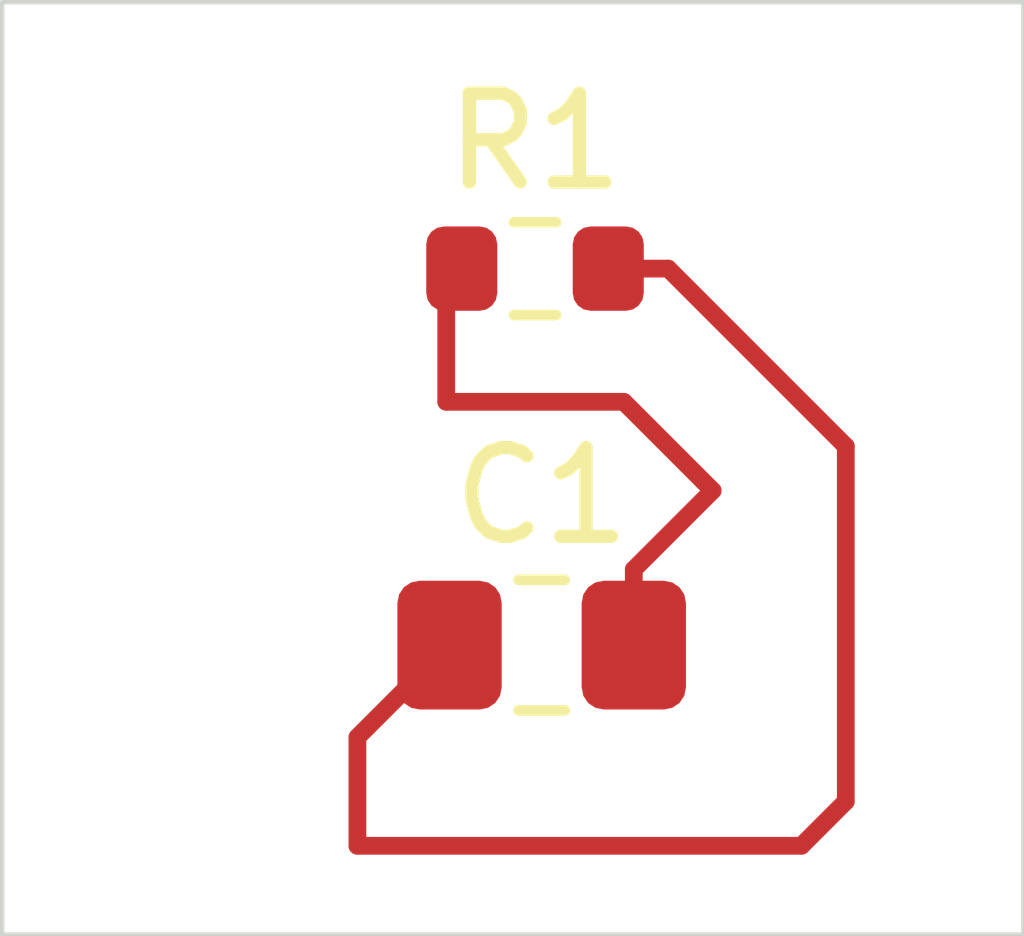
<source format=kicad_pcb>
(kicad_pcb (version 20240108) (generator "pcbnew") (generator_version "8.0")
  (layers (0 "F.Cu" signal) (31 "B.Cu" signal) (34 "B.Paste" user) (35 "F.Paste" user) (36 "B.SilkS" user "B.Silkscreen") (37 "F.SilkS" user "F.Silkscreen") (38 "B.Mask" user) (39 "F.Mask" user) (44 "Edge.Cuts" user))
  (net 0 "")
  (net 1 "Net-(C1-Pad2)")
  (net 2 "Net-(C1-Pad1)")
  (footprint "Resistor_SMD:R_0603_1608Metric" (layer "F.Cu") (at 118 77.5)
    (property "Reference" "R1" (at 0 -1.43 0) (layer "F.SilkS"))
    (property "Value" "R")
    (fp_line (start -0.237258 -0.5225) (end 0.237258 -0.5225) (stroke (width 0.12)) (layer "F.SilkS"))
    (fp_line (start -0.237258 0.5225) (end 0.237258 0.5225) (stroke (width 0.12)) (layer "F.SilkS"))
    (pad "1" smd roundrect (at -0.825 0) (size 0.8 0.95) (layers "F.Cu" "F.Paste" "F.Mask") (net 1 "Net-(C1-Pad2)"))
    (pad "2" smd roundrect (at 0.825 0) (size 0.8 0.95) (layers "F.Cu" "F.Paste" "F.Mask") (net 2 "Net-(C1-Pad1)"))
  )
  (footprint "Capacitor_SMD:C_0805_2012Metric_Pad1.18x1.45mm_HandSolder" (layer "F.Cu") (at 118.075 81.74)
    (property "Reference" "C1" (at 0 -1.68 0) (layer "F.SilkS"))
    (property "Value" "C")
    (fp_line (start -0.261252 -0.735) (end 0.261252 -0.735) (stroke (width 0.12)) (layer "F.SilkS"))
    (fp_line (start -0.261252 0.735) (end 0.261252 0.735) (stroke (width 0.12)) (layer "F.SilkS"))
    (pad "1" smd roundrect (at -1.0375 0) (size 1.175 1.45) (layers "F.Cu" "F.Paste" "F.Mask") (roundrect_rratio 0.212766) (net 2 "Net-(C1-Pad1)"))
    (pad "2" smd roundrect (at 1.0375 0) (size 1.175 1.45) (layers "F.Cu" "F.Paste" "F.Mask") (roundrect_rratio 0.212766) (net 1 "Net-(C1-Pad2)"))
  )
  (gr_line (start 112 74.5) (end 112.5 74.5) (stroke (width 0.05)) (layer "Edge.Cuts"))
  (gr_line (start 123.5 74.5) (end 123.5 85) (stroke (width 0.05)) (layer "Edge.Cuts"))
  (gr_line (start 112.5 74.5) (end 123.5 74.5) (stroke (width 0.05)) (layer "Edge.Cuts"))
  (gr_line (start 123.5 85) (end 112 85) (stroke (width 0.05)) (layer "Edge.Cuts"))
  (gr_line (start 112 85) (end 112 74.5) (stroke (width 0.05)) (layer "Edge.Cuts"))
  (segment (start 120 80) (end 119 79) (width 0.2) (layer "F.Cu") (net 1))
  (segment (start 119.1125 81.74) (end 119.1125 80.8875) (width 0.2) (layer "F.Cu") (net 1))
  (segment (start 119.1125 80.8875) (end 120 80) (width 0.2) (layer "F.Cu") (net 1))
  (segment (start 117 77.675) (end 117.175 77.5) (width 0.2) (layer "F.Cu") (net 1))
  (segment (start 119 79) (end 117 79) (width 0.2) (layer "F.Cu") (net 1))
  (segment (start 117 79) (end 117 77.675) (width 0.2) (layer "F.Cu") (net 1))
  (segment (start 116 82.7775) (end 117.0375 81.74) (width 0.2) (layer "F.Cu") (net 2))
  (segment (start 118.825 77.5) (end 119.5 77.5) (width 0.2) (layer "F.Cu") (net 2))
  (segment (start 116 84) (end 116 82.7775) (width 0.2) (layer "F.Cu") (net 2))
  (segment (start 121.5 79.5) (end 121.5 83.5) (width 0.2) (layer "F.Cu") (net 2))
  (segment (start 121 84) (end 116 84) (width 0.2) (layer "F.Cu") (net 2))
  (segment (start 119.5 77.5) (end 121.5 79.5) (width 0.2) (layer "F.Cu") (net 2))
  (segment (start 121.5 83.5) (end 121 84) (width 0.2) (layer "F.Cu") (net 2))
)
</source>
